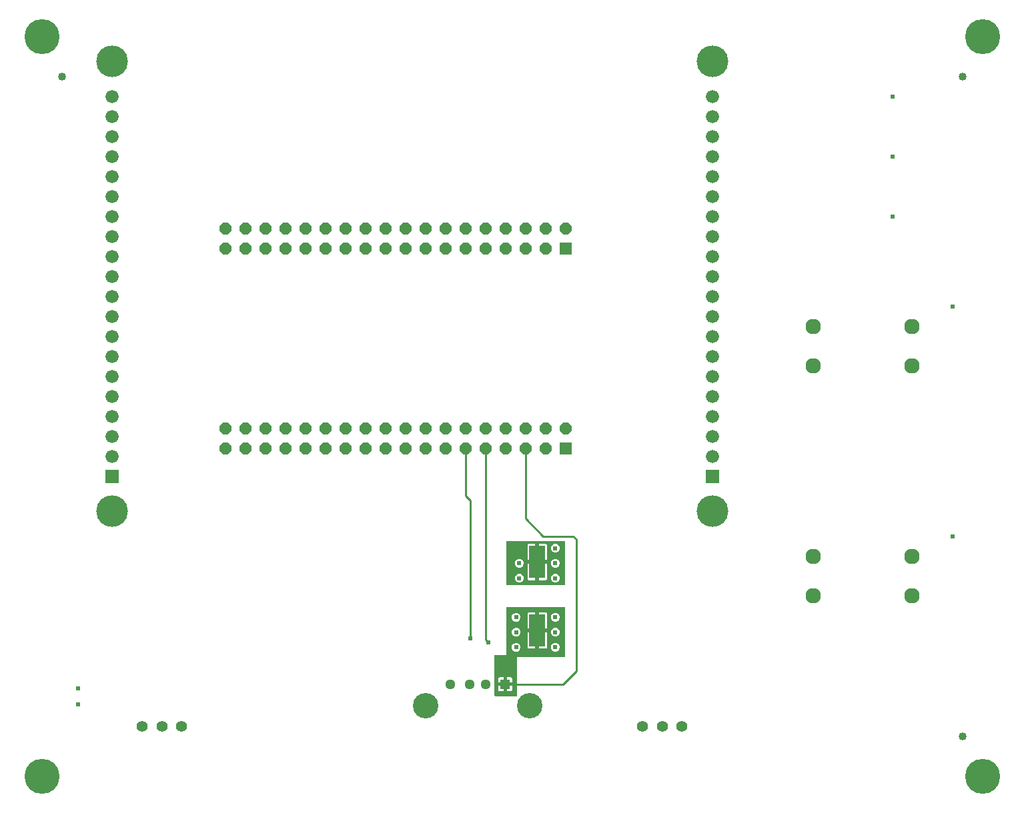
<source format=gbr>
G04 EAGLE Gerber RS-274X export*
G75*
%MOMM*%
%FSLAX34Y34*%
%LPD*%
%INBottom Copper*%
%IPPOS*%
%AMOC8*
5,1,8,0,0,1.08239X$1,22.5*%
G01*
%ADD10R,1.288000X1.288000*%
%ADD11C,1.288000*%
%ADD12C,3.220000*%
%ADD13C,1.400000*%
%ADD14C,1.960000*%
%ADD15R,1.524000X1.524000*%
%ADD16P,1.649562X8X202.500000*%
%ADD17R,1.676400X1.676400*%
%ADD18C,1.676400*%
%ADD19C,4.016000*%
%ADD20C,4.445000*%
%ADD21C,1.016000*%
%ADD22R,2.000000X4.100000*%
%ADD23C,0.609600*%
%ADD24C,0.254000*%

G36*
X640198Y139716D02*
X640198Y139716D01*
X640317Y139723D01*
X640355Y139736D01*
X640396Y139741D01*
X640506Y139784D01*
X640619Y139821D01*
X640654Y139843D01*
X640691Y139858D01*
X640787Y139928D01*
X640888Y139991D01*
X640916Y140021D01*
X640949Y140044D01*
X641025Y140136D01*
X641106Y140223D01*
X641126Y140258D01*
X641151Y140289D01*
X641202Y140397D01*
X641260Y140501D01*
X641270Y140541D01*
X641287Y140577D01*
X641309Y140694D01*
X641339Y140809D01*
X641343Y140870D01*
X641347Y140890D01*
X641345Y140910D01*
X641349Y140970D01*
X641349Y189231D01*
X701040Y189231D01*
X701158Y189246D01*
X701277Y189253D01*
X701315Y189266D01*
X701356Y189271D01*
X701466Y189314D01*
X701579Y189351D01*
X701614Y189373D01*
X701651Y189388D01*
X701747Y189458D01*
X701848Y189521D01*
X701876Y189551D01*
X701909Y189574D01*
X701985Y189666D01*
X702066Y189753D01*
X702086Y189788D01*
X702111Y189819D01*
X702162Y189927D01*
X702220Y190031D01*
X702230Y190071D01*
X702247Y190107D01*
X702269Y190224D01*
X702299Y190339D01*
X702303Y190400D01*
X702307Y190420D01*
X702305Y190440D01*
X702309Y190500D01*
X702309Y251460D01*
X702294Y251578D01*
X702287Y251697D01*
X702274Y251735D01*
X702269Y251776D01*
X702226Y251886D01*
X702189Y251999D01*
X702167Y252034D01*
X702152Y252071D01*
X702083Y252167D01*
X702019Y252268D01*
X701989Y252296D01*
X701966Y252329D01*
X701874Y252405D01*
X701787Y252486D01*
X701752Y252506D01*
X701721Y252531D01*
X701613Y252582D01*
X701509Y252640D01*
X701469Y252650D01*
X701433Y252667D01*
X701316Y252689D01*
X701201Y252719D01*
X701141Y252723D01*
X701121Y252727D01*
X701100Y252725D01*
X701040Y252729D01*
X628650Y252729D01*
X628532Y252714D01*
X628413Y252707D01*
X628375Y252694D01*
X628334Y252689D01*
X628224Y252646D01*
X628111Y252609D01*
X628076Y252587D01*
X628039Y252572D01*
X627943Y252503D01*
X627842Y252439D01*
X627814Y252409D01*
X627781Y252386D01*
X627706Y252294D01*
X627624Y252207D01*
X627604Y252172D01*
X627579Y252141D01*
X627528Y252033D01*
X627470Y251929D01*
X627460Y251889D01*
X627443Y251853D01*
X627421Y251736D01*
X627391Y251621D01*
X627387Y251561D01*
X627383Y251541D01*
X627385Y251520D01*
X627381Y251460D01*
X627381Y191769D01*
X613410Y191769D01*
X613292Y191754D01*
X613173Y191747D01*
X613135Y191734D01*
X613094Y191729D01*
X612984Y191686D01*
X612871Y191649D01*
X612836Y191627D01*
X612799Y191612D01*
X612703Y191543D01*
X612602Y191479D01*
X612574Y191449D01*
X612541Y191426D01*
X612466Y191334D01*
X612384Y191247D01*
X612364Y191212D01*
X612339Y191181D01*
X612288Y191073D01*
X612230Y190969D01*
X612220Y190929D01*
X612203Y190893D01*
X612181Y190776D01*
X612151Y190661D01*
X612147Y190601D01*
X612143Y190581D01*
X612145Y190560D01*
X612144Y190557D01*
X612143Y190551D01*
X612144Y190546D01*
X612141Y190500D01*
X612141Y140970D01*
X612156Y140852D01*
X612163Y140733D01*
X612176Y140695D01*
X612181Y140654D01*
X612224Y140544D01*
X612261Y140431D01*
X612283Y140396D01*
X612298Y140359D01*
X612368Y140263D01*
X612431Y140162D01*
X612461Y140134D01*
X612484Y140101D01*
X612576Y140026D01*
X612663Y139944D01*
X612698Y139924D01*
X612729Y139899D01*
X612837Y139848D01*
X612941Y139790D01*
X612981Y139780D01*
X613017Y139763D01*
X613134Y139741D01*
X613249Y139711D01*
X613310Y139707D01*
X613330Y139703D01*
X613350Y139705D01*
X613410Y139701D01*
X640080Y139701D01*
X640198Y139716D01*
G37*
G36*
X701158Y280686D02*
X701158Y280686D01*
X701277Y280693D01*
X701315Y280706D01*
X701356Y280711D01*
X701466Y280754D01*
X701579Y280791D01*
X701614Y280813D01*
X701651Y280828D01*
X701747Y280898D01*
X701848Y280961D01*
X701876Y280991D01*
X701909Y281014D01*
X701985Y281106D01*
X702066Y281193D01*
X702086Y281228D01*
X702111Y281259D01*
X702162Y281367D01*
X702220Y281471D01*
X702230Y281511D01*
X702247Y281547D01*
X702269Y281664D01*
X702299Y281779D01*
X702303Y281840D01*
X702307Y281860D01*
X702305Y281880D01*
X702309Y281940D01*
X702309Y335280D01*
X702294Y335398D01*
X702287Y335517D01*
X702274Y335555D01*
X702269Y335596D01*
X702226Y335706D01*
X702189Y335819D01*
X702167Y335854D01*
X702152Y335891D01*
X702083Y335987D01*
X702019Y336088D01*
X701989Y336116D01*
X701966Y336149D01*
X701874Y336225D01*
X701787Y336306D01*
X701752Y336326D01*
X701721Y336351D01*
X701613Y336402D01*
X701509Y336460D01*
X701469Y336470D01*
X701433Y336487D01*
X701316Y336509D01*
X701201Y336539D01*
X701141Y336543D01*
X701121Y336547D01*
X701100Y336545D01*
X701040Y336549D01*
X628650Y336549D01*
X628532Y336534D01*
X628413Y336527D01*
X628375Y336514D01*
X628334Y336509D01*
X628224Y336466D01*
X628111Y336429D01*
X628076Y336407D01*
X628039Y336392D01*
X627943Y336323D01*
X627842Y336259D01*
X627814Y336229D01*
X627781Y336206D01*
X627706Y336114D01*
X627624Y336027D01*
X627604Y335992D01*
X627579Y335961D01*
X627528Y335853D01*
X627470Y335749D01*
X627460Y335709D01*
X627443Y335673D01*
X627421Y335556D01*
X627391Y335441D01*
X627387Y335381D01*
X627383Y335361D01*
X627385Y335340D01*
X627384Y335333D01*
X627383Y335329D01*
X627384Y335325D01*
X627381Y335280D01*
X627381Y281940D01*
X627396Y281822D01*
X627403Y281703D01*
X627416Y281665D01*
X627421Y281624D01*
X627464Y281514D01*
X627501Y281401D01*
X627523Y281366D01*
X627538Y281329D01*
X627608Y281233D01*
X627671Y281132D01*
X627701Y281104D01*
X627724Y281071D01*
X627816Y280996D01*
X627903Y280914D01*
X627938Y280894D01*
X627969Y280869D01*
X628077Y280818D01*
X628181Y280760D01*
X628221Y280750D01*
X628257Y280733D01*
X628374Y280711D01*
X628489Y280681D01*
X628550Y280677D01*
X628570Y280673D01*
X628590Y280675D01*
X628650Y280671D01*
X701040Y280671D01*
X701158Y280686D01*
G37*
%LPC*%
G36*
X669289Y312739D02*
X669289Y312739D01*
X669289Y333241D01*
X677084Y333241D01*
X677731Y333068D01*
X678310Y332733D01*
X678783Y332260D01*
X679118Y331681D01*
X679291Y331034D01*
X679291Y312739D01*
X669289Y312739D01*
G37*
%LPD*%
%LPC*%
G36*
X669289Y225739D02*
X669289Y225739D01*
X669289Y246241D01*
X677084Y246241D01*
X677731Y246068D01*
X678310Y245733D01*
X678783Y245260D01*
X679118Y244681D01*
X679291Y244034D01*
X679291Y225739D01*
X669289Y225739D01*
G37*
%LPD*%
%LPC*%
G36*
X669289Y200159D02*
X669289Y200159D01*
X669289Y220661D01*
X679291Y220661D01*
X679291Y202366D01*
X679118Y201719D01*
X678783Y201140D01*
X678310Y200667D01*
X677731Y200332D01*
X677084Y200159D01*
X669289Y200159D01*
G37*
%LPD*%
%LPC*%
G36*
X669289Y287159D02*
X669289Y287159D01*
X669289Y307661D01*
X679291Y307661D01*
X679291Y289366D01*
X679118Y288719D01*
X678783Y288140D01*
X678310Y287667D01*
X677731Y287332D01*
X677084Y287159D01*
X669289Y287159D01*
G37*
%LPD*%
%LPC*%
G36*
X654209Y225739D02*
X654209Y225739D01*
X654209Y244034D01*
X654382Y244681D01*
X654717Y245260D01*
X655190Y245733D01*
X655769Y246068D01*
X656416Y246241D01*
X664211Y246241D01*
X664211Y225739D01*
X654209Y225739D01*
G37*
%LPD*%
%LPC*%
G36*
X654209Y312739D02*
X654209Y312739D01*
X654209Y331034D01*
X654382Y331681D01*
X654717Y332260D01*
X655190Y332733D01*
X655769Y333068D01*
X656416Y333241D01*
X664211Y333241D01*
X664211Y312739D01*
X654209Y312739D01*
G37*
%LPD*%
%LPC*%
G36*
X656416Y200159D02*
X656416Y200159D01*
X655769Y200332D01*
X655190Y200667D01*
X654717Y201140D01*
X654382Y201719D01*
X654209Y202366D01*
X654209Y220661D01*
X664211Y220661D01*
X664211Y200159D01*
X656416Y200159D01*
G37*
%LPD*%
%LPC*%
G36*
X656416Y287159D02*
X656416Y287159D01*
X655769Y287332D01*
X655190Y287667D01*
X654717Y288140D01*
X654382Y288719D01*
X654209Y289366D01*
X654209Y307661D01*
X664211Y307661D01*
X664211Y287159D01*
X656416Y287159D01*
G37*
%LPD*%
%LPC*%
G36*
X642778Y283971D02*
X642778Y283971D01*
X640724Y284822D01*
X639152Y286394D01*
X638301Y288448D01*
X638301Y290672D01*
X639152Y292726D01*
X640724Y294298D01*
X642778Y295149D01*
X645002Y295149D01*
X647056Y294298D01*
X648628Y292726D01*
X649479Y290672D01*
X649479Y288448D01*
X648628Y286394D01*
X647056Y284822D01*
X645002Y283971D01*
X642778Y283971D01*
G37*
%LPD*%
%LPC*%
G36*
X688498Y303021D02*
X688498Y303021D01*
X686444Y303872D01*
X684872Y305444D01*
X684021Y307498D01*
X684021Y309722D01*
X684872Y311776D01*
X686444Y313348D01*
X688498Y314199D01*
X690722Y314199D01*
X692776Y313348D01*
X694348Y311776D01*
X695199Y309722D01*
X695199Y307498D01*
X694348Y305444D01*
X692776Y303872D01*
X690722Y303021D01*
X688498Y303021D01*
G37*
%LPD*%
%LPC*%
G36*
X688498Y283971D02*
X688498Y283971D01*
X686444Y284822D01*
X684872Y286394D01*
X684021Y288448D01*
X684021Y290672D01*
X684872Y292726D01*
X686444Y294298D01*
X688498Y295149D01*
X690722Y295149D01*
X692776Y294298D01*
X694348Y292726D01*
X695199Y290672D01*
X695199Y288448D01*
X694348Y286394D01*
X692776Y284822D01*
X690722Y283971D01*
X688498Y283971D01*
G37*
%LPD*%
%LPC*%
G36*
X638968Y196341D02*
X638968Y196341D01*
X636914Y197192D01*
X635342Y198764D01*
X634491Y200818D01*
X634491Y203042D01*
X635342Y205096D01*
X636914Y206668D01*
X638968Y207519D01*
X641192Y207519D01*
X643246Y206668D01*
X644818Y205096D01*
X645669Y203042D01*
X645669Y200818D01*
X644818Y198764D01*
X643246Y197192D01*
X641192Y196341D01*
X638968Y196341D01*
G37*
%LPD*%
%LPC*%
G36*
X688498Y234441D02*
X688498Y234441D01*
X686444Y235292D01*
X684872Y236864D01*
X684021Y238918D01*
X684021Y241142D01*
X684872Y243196D01*
X686444Y244768D01*
X688498Y245619D01*
X690722Y245619D01*
X692776Y244768D01*
X694348Y243196D01*
X695199Y241142D01*
X695199Y238918D01*
X694348Y236864D01*
X692776Y235292D01*
X690722Y234441D01*
X688498Y234441D01*
G37*
%LPD*%
%LPC*%
G36*
X638968Y234441D02*
X638968Y234441D01*
X636914Y235292D01*
X635342Y236864D01*
X634491Y238918D01*
X634491Y241142D01*
X635342Y243196D01*
X636914Y244768D01*
X638968Y245619D01*
X641192Y245619D01*
X643246Y244768D01*
X644818Y243196D01*
X645669Y241142D01*
X645669Y238918D01*
X644818Y236864D01*
X643246Y235292D01*
X641192Y234441D01*
X638968Y234441D01*
G37*
%LPD*%
%LPC*%
G36*
X688498Y215391D02*
X688498Y215391D01*
X686444Y216242D01*
X684872Y217814D01*
X684021Y219868D01*
X684021Y222092D01*
X684872Y224146D01*
X686444Y225718D01*
X688498Y226569D01*
X690722Y226569D01*
X692776Y225718D01*
X694348Y224146D01*
X695199Y222092D01*
X695199Y219868D01*
X694348Y217814D01*
X692776Y216242D01*
X690722Y215391D01*
X688498Y215391D01*
G37*
%LPD*%
%LPC*%
G36*
X638968Y215391D02*
X638968Y215391D01*
X636914Y216242D01*
X635342Y217814D01*
X634491Y219868D01*
X634491Y222092D01*
X635342Y224146D01*
X636914Y225718D01*
X638968Y226569D01*
X641192Y226569D01*
X643246Y225718D01*
X644818Y224146D01*
X645669Y222092D01*
X645669Y219868D01*
X644818Y217814D01*
X643246Y216242D01*
X641192Y215391D01*
X638968Y215391D01*
G37*
%LPD*%
%LPC*%
G36*
X688498Y196341D02*
X688498Y196341D01*
X686444Y197192D01*
X684872Y198764D01*
X684021Y200818D01*
X684021Y203042D01*
X684872Y205096D01*
X686444Y206668D01*
X688498Y207519D01*
X690722Y207519D01*
X692776Y206668D01*
X694348Y205096D01*
X695199Y203042D01*
X695199Y200818D01*
X694348Y198764D01*
X692776Y197192D01*
X690722Y196341D01*
X688498Y196341D01*
G37*
%LPD*%
%LPC*%
G36*
X688498Y322071D02*
X688498Y322071D01*
X686444Y322922D01*
X684872Y324494D01*
X684021Y326548D01*
X684021Y328772D01*
X684872Y330826D01*
X686444Y332398D01*
X688498Y333249D01*
X690722Y333249D01*
X692776Y332398D01*
X694348Y330826D01*
X695199Y328772D01*
X695199Y326548D01*
X694348Y324494D01*
X692776Y322922D01*
X690722Y322071D01*
X688498Y322071D01*
G37*
%LPD*%
%LPC*%
G36*
X642778Y303021D02*
X642778Y303021D01*
X640724Y303872D01*
X639152Y305444D01*
X638301Y307498D01*
X638301Y309722D01*
X639152Y311776D01*
X640724Y313348D01*
X642778Y314199D01*
X645002Y314199D01*
X647056Y313348D01*
X648628Y311776D01*
X649479Y309722D01*
X649479Y307498D01*
X648628Y305444D01*
X647056Y303872D01*
X645002Y303021D01*
X642778Y303021D01*
G37*
%LPD*%
%LPC*%
G36*
X628409Y157239D02*
X628409Y157239D01*
X628409Y163921D01*
X632884Y163921D01*
X633531Y163748D01*
X634110Y163413D01*
X634583Y162940D01*
X634918Y162361D01*
X635091Y161714D01*
X635091Y157239D01*
X628409Y157239D01*
G37*
%LPD*%
%LPC*%
G36*
X617129Y157239D02*
X617129Y157239D01*
X617129Y161714D01*
X617302Y162361D01*
X617637Y162940D01*
X618110Y163413D01*
X618689Y163748D01*
X619336Y163921D01*
X623811Y163921D01*
X623811Y157239D01*
X617129Y157239D01*
G37*
%LPD*%
%LPC*%
G36*
X628409Y145959D02*
X628409Y145959D01*
X628409Y152641D01*
X635091Y152641D01*
X635091Y148166D01*
X634918Y147519D01*
X634583Y146940D01*
X634110Y146467D01*
X633531Y146132D01*
X632884Y145959D01*
X628409Y145959D01*
G37*
%LPD*%
%LPC*%
G36*
X619336Y145959D02*
X619336Y145959D01*
X618689Y146132D01*
X618110Y146467D01*
X617637Y146940D01*
X617302Y147519D01*
X617129Y148166D01*
X617129Y152641D01*
X623811Y152641D01*
X623811Y145959D01*
X619336Y145959D01*
G37*
%LPD*%
%LPC*%
G36*
X666749Y223199D02*
X666749Y223199D01*
X666749Y223201D01*
X666751Y223201D01*
X666751Y223199D01*
X666749Y223199D01*
G37*
%LPD*%
%LPC*%
G36*
X666749Y310199D02*
X666749Y310199D01*
X666749Y310201D01*
X666751Y310201D01*
X666751Y310199D01*
X666749Y310199D01*
G37*
%LPD*%
D10*
X626110Y154940D03*
D11*
X601110Y154940D03*
X581110Y154940D03*
X556110Y154940D03*
D12*
X656810Y127840D03*
X525410Y127840D03*
D13*
X800500Y101600D03*
X825500Y101600D03*
X850500Y101600D03*
D14*
X1142000Y609200D03*
X1142000Y559200D03*
X1017000Y559200D03*
X1017000Y609200D03*
X1142000Y317100D03*
X1142000Y267100D03*
X1017000Y267100D03*
X1017000Y317100D03*
D13*
X165500Y101600D03*
X190500Y101600D03*
X215500Y101600D03*
D15*
X702900Y454400D03*
D16*
X702900Y479800D03*
X677500Y454400D03*
X677500Y479800D03*
X652100Y454400D03*
X652100Y479800D03*
X626700Y454400D03*
X626700Y479800D03*
X601300Y454400D03*
X601300Y479800D03*
X575900Y454400D03*
X575900Y479800D03*
X550500Y454400D03*
X550500Y479800D03*
X525100Y454400D03*
X525100Y479800D03*
X499700Y454400D03*
X499700Y479800D03*
X474300Y454400D03*
X474300Y479800D03*
X448900Y454400D03*
X448900Y479800D03*
X423500Y454400D03*
X423500Y479800D03*
X398100Y454400D03*
X398100Y479800D03*
X372700Y454400D03*
X372700Y479800D03*
X347300Y454400D03*
X347300Y479800D03*
X321900Y454400D03*
X321900Y479800D03*
X296500Y454400D03*
X296500Y479800D03*
X271100Y454400D03*
X271100Y479800D03*
D15*
X702900Y708400D03*
D16*
X702900Y733800D03*
X677500Y708400D03*
X677500Y733800D03*
X652100Y708400D03*
X652100Y733800D03*
X626700Y708400D03*
X626700Y733800D03*
X601300Y708400D03*
X601300Y733800D03*
X575900Y708400D03*
X575900Y733800D03*
X550500Y708400D03*
X550500Y733800D03*
X525100Y708400D03*
X525100Y733800D03*
X499700Y708400D03*
X499700Y733800D03*
X474300Y708400D03*
X474300Y733800D03*
X448900Y708400D03*
X448900Y733800D03*
X423500Y708400D03*
X423500Y733800D03*
X398100Y708400D03*
X398100Y733800D03*
X372700Y708400D03*
X372700Y733800D03*
X347300Y708400D03*
X347300Y733800D03*
X321900Y708400D03*
X321900Y733800D03*
X296500Y708400D03*
X296500Y733800D03*
X271100Y708400D03*
X271100Y733800D03*
D17*
X127000Y419100D03*
D18*
X127000Y444500D03*
X127000Y469900D03*
X127000Y495300D03*
X127000Y520700D03*
X127000Y546100D03*
X127000Y571500D03*
X127000Y596900D03*
X127000Y622300D03*
X127000Y647700D03*
X127000Y673100D03*
X127000Y698500D03*
X127000Y723900D03*
X127000Y749300D03*
X127000Y774700D03*
X127000Y800100D03*
X127000Y825500D03*
X127000Y850900D03*
X127000Y876300D03*
X127000Y901700D03*
D17*
X889000Y419100D03*
D18*
X889000Y444500D03*
X889000Y469900D03*
X889000Y495300D03*
X889000Y520700D03*
X889000Y546100D03*
X889000Y571500D03*
X889000Y596900D03*
X889000Y622300D03*
X889000Y647700D03*
X889000Y673100D03*
X889000Y698500D03*
X889000Y723900D03*
X889000Y749300D03*
X889000Y774700D03*
X889000Y800100D03*
X889000Y825500D03*
X889000Y850900D03*
X889000Y876300D03*
X889000Y901700D03*
D19*
X889000Y374650D03*
X889000Y946150D03*
X127000Y374650D03*
X127000Y946150D03*
D20*
X38100Y977900D03*
X1231900Y38100D03*
X38100Y38100D03*
X1231900Y977900D03*
D21*
X1206500Y88900D03*
X1206500Y927100D03*
X63500Y927100D03*
D22*
X666750Y223200D03*
X666750Y310200D03*
D23*
X83820Y129540D03*
X83820Y149860D03*
X1117600Y901700D03*
X1117600Y825500D03*
X1117600Y749300D03*
X643890Y327660D03*
X1193800Y342900D03*
X1193800Y635000D03*
D24*
X652100Y454400D02*
X652100Y365170D01*
X674370Y342900D01*
X712470Y342900D01*
X716280Y339090D01*
X699770Y154940D02*
X626110Y154940D01*
X716280Y171450D02*
X716280Y339090D01*
X716280Y171450D02*
X699770Y154940D01*
X604520Y208280D02*
X601300Y211500D01*
D23*
X604520Y208280D03*
D24*
X601300Y211500D02*
X601300Y454400D01*
X575900Y454400D02*
X575900Y394380D01*
X581660Y388620D01*
D23*
X581660Y213360D03*
D24*
X581660Y388620D01*
D23*
X640080Y201930D03*
X640080Y220980D03*
X689610Y240030D03*
X689610Y220980D03*
X689610Y201930D03*
X643890Y308610D03*
X643890Y289560D03*
X689610Y327660D03*
X689610Y308610D03*
X689610Y289560D03*
X640080Y240030D03*
M02*

</source>
